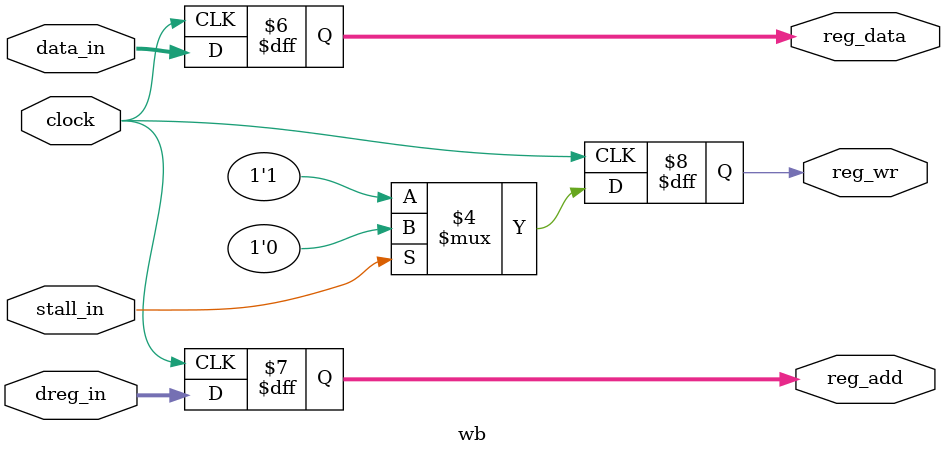
<source format=v>
	module wb(reg_add,reg_data,reg_wr,
		data_in,dreg_in,stall_in,clock);
		
		input [0:31] data_in;
		input [0:4] dreg_in;
		input stall_in,clock;
		
		output [0:31] reg_data;
		output [0:4] reg_add;
		output reg_wr;
		 
		reg [0:31] reg_data;
		reg [0:4] reg_add;
		reg reg_wr; 

		always @ (negedge clock)
		begin 	
			reg_add=dreg_in;
			reg_data=data_in;
				
			if(!stall_in)
			begin	
				reg_wr=1;
			end
			else
				reg_wr=0;
		end
	endmodule

</source>
